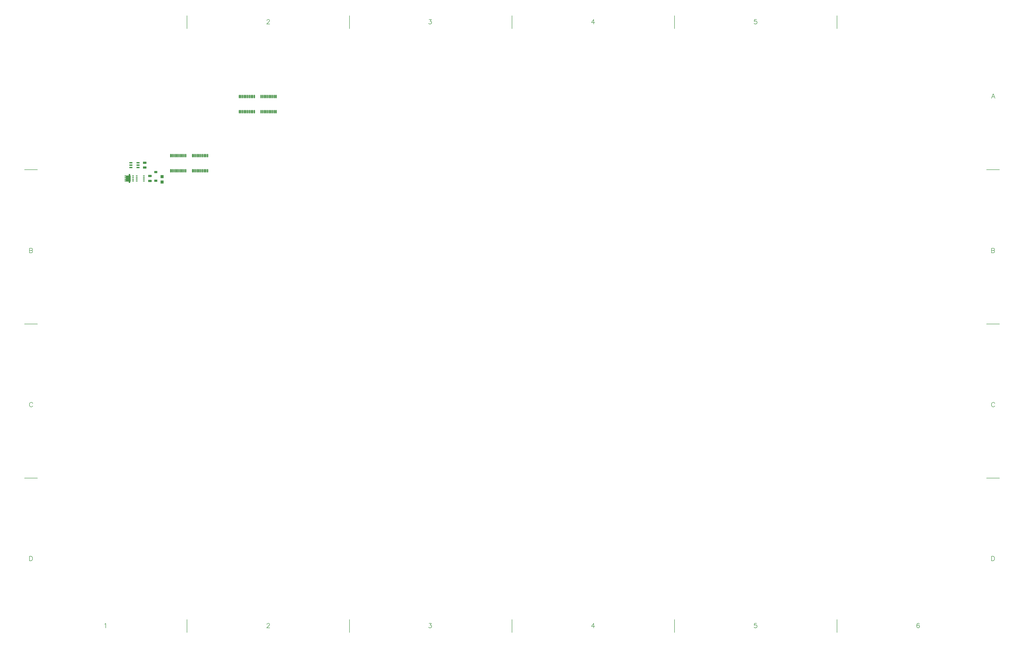
<source format=gtp>
G04*
G04 #@! TF.GenerationSoftware,Altium Limited,Altium Designer,22.10.1 (41)*
G04*
G04 Layer_Color=8421504*
%FSLAX43Y43*%
%MOMM*%
G71*
G04*
G04 #@! TF.SameCoordinates,A9E92A4C-3054-4B5A-B43F-CED4EE29FA58*
G04*
G04*
G04 #@! TF.FilePolarity,Positive*
G04*
G01*
G75*
%ADD15C,0.127*%
%ADD16C,0.178*%
%ADD17R,0.660X0.420*%
%ADD18R,0.650X0.420*%
G04:AMPARAMS|DCode=19|XSize=1.4mm|YSize=0.9mm|CornerRadius=0.225mm|HoleSize=0mm|Usage=FLASHONLY|Rotation=180.000|XOffset=0mm|YOffset=0mm|HoleType=Round|Shape=RoundedRectangle|*
%AMROUNDEDRECTD19*
21,1,1.400,0.450,0,0,180.0*
21,1,0.950,0.900,0,0,180.0*
1,1,0.450,-0.475,0.225*
1,1,0.450,0.475,0.225*
1,1,0.450,0.475,-0.225*
1,1,0.450,-0.475,-0.225*
%
%ADD19ROUNDEDRECTD19*%
%ADD20R,1.150X0.550*%
%ADD21O,0.450X1.450*%
%ADD22R,1.200X0.900*%
%ADD23R,1.200X1.200*%
%ADD24R,0.762X0.305*%
G36*
X19164Y14244D02*
X19344Y14244D01*
X19344Y11874D01*
X19164Y11874D01*
X19164Y11329D01*
X18594Y11329D01*
X18594Y11874D01*
X17514Y11874D01*
X17514Y14244D01*
X18594Y14244D01*
X18595Y14789D01*
X19164Y14789D01*
X19164Y14244D01*
X19164Y14244D02*
G37*
D15*
X41400Y-164500D02*
X41400Y-159420D01*
X-22100Y-104175D02*
X-17020Y-104175D01*
X-22100Y-43850D02*
X-17020Y-43850D01*
X-22100Y16475D02*
X-17020Y16475D01*
X104900Y-164500D02*
X104900Y-159420D01*
X168400Y-164500D02*
X168400Y-159420D01*
X231900Y-164500D02*
X231900Y-159420D01*
X295400Y-164500D02*
X295400Y-159420D01*
X353820Y-104175D02*
X358900Y-104175D01*
X353820Y-43850D02*
X358900Y-43850D01*
X353820Y16475D02*
X358900Y16475D01*
X41400Y71720D02*
X41400Y76800D01*
X104900Y71720D02*
X104900Y76800D01*
X168400Y71720D02*
X168400Y76800D01*
X231900Y71720D02*
X231900Y76800D01*
X295400Y71720D02*
X295400Y76800D01*
D16*
X327582Y-161198D02*
X327497Y-161029D01*
X327243Y-160944D01*
X327074Y-160944D01*
X326820Y-161029D01*
X326650Y-161283D01*
X326566Y-161706D01*
X326566Y-162129D01*
X326650Y-162468D01*
X326820Y-162637D01*
X327074Y-162722D01*
X327158Y-162722D01*
X327412Y-162637D01*
X327582Y-162468D01*
X327666Y-162214D01*
X327666Y-162129D01*
X327582Y-161876D01*
X327412Y-161706D01*
X327158Y-161622D01*
X327074Y-161622D01*
X326820Y-161706D01*
X326650Y-161876D01*
X326566Y-162129D01*
X263955Y-160944D02*
X263108Y-160944D01*
X263023Y-161706D01*
X263108Y-161622D01*
X263362Y-161537D01*
X263616Y-161537D01*
X263870Y-161622D01*
X264039Y-161791D01*
X264124Y-162045D01*
X264124Y-162214D01*
X264039Y-162468D01*
X263870Y-162637D01*
X263616Y-162722D01*
X263362Y-162722D01*
X263108Y-162637D01*
X263023Y-162553D01*
X262939Y-162383D01*
X200311Y-160944D02*
X199464Y-162129D01*
X200734Y-162129D01*
X200311Y-160944D02*
X200311Y-162722D01*
X135964Y-160944D02*
X136896Y-160944D01*
X136388Y-161622D01*
X136642Y-161622D01*
X136811Y-161706D01*
X136896Y-161791D01*
X136980Y-162045D01*
X136980Y-162214D01*
X136896Y-162468D01*
X136726Y-162637D01*
X136472Y-162722D01*
X136218Y-162722D01*
X135964Y-162637D01*
X135880Y-162553D01*
X135795Y-162383D01*
X72650Y-161368D02*
X72650Y-161283D01*
X72735Y-161114D01*
X72820Y-161029D01*
X72989Y-160944D01*
X73328Y-160944D01*
X73497Y-161029D01*
X73582Y-161114D01*
X73666Y-161283D01*
X73666Y-161452D01*
X73582Y-161622D01*
X73412Y-161876D01*
X72566Y-162722D01*
X73751Y-162722D01*
X9176Y-161283D02*
X9345Y-161198D01*
X9599Y-160944D01*
X9599Y-162722D01*
X-20195Y-134732D02*
X-20195Y-136509D01*
X-20195Y-134732D02*
X-19602Y-134732D01*
X-19348Y-134816D01*
X-19179Y-134986D01*
X-19095Y-135155D01*
X-19010Y-135409D01*
X-19010Y-135832D01*
X-19095Y-136086D01*
X-19179Y-136255D01*
X-19348Y-136425D01*
X-19602Y-136509D01*
X-20195Y-136509D01*
X-18925Y-74957D02*
X-19010Y-74788D01*
X-19179Y-74618D01*
X-19348Y-74534D01*
X-19687Y-74534D01*
X-19856Y-74618D01*
X-20026Y-74788D01*
X-20110Y-74957D01*
X-20195Y-75211D01*
X-20195Y-75634D01*
X-20110Y-75888D01*
X-20026Y-76057D01*
X-19856Y-76227D01*
X-19687Y-76311D01*
X-19348Y-76311D01*
X-19179Y-76227D01*
X-19010Y-76057D01*
X-18925Y-75888D01*
X-20195Y-14209D02*
X-20195Y-15986D01*
X-20195Y-14209D02*
X-19433Y-14209D01*
X-19179Y-14293D01*
X-19095Y-14378D01*
X-19010Y-14547D01*
X-19010Y-14716D01*
X-19095Y-14886D01*
X-19179Y-14970D01*
X-19433Y-15055D01*
X-20195Y-15055D02*
X-19433Y-15055D01*
X-19179Y-15140D01*
X-19095Y-15224D01*
X-19010Y-15394D01*
X-19010Y-15648D01*
X-19095Y-15817D01*
X-19179Y-15902D01*
X-19433Y-15986D01*
X-20195Y-15986D01*
X355725Y-134732D02*
X355725Y-136509D01*
X355725Y-134732D02*
X356318Y-134732D01*
X356572Y-134816D01*
X356741Y-134986D01*
X356825Y-135155D01*
X356910Y-135409D01*
X356910Y-135832D01*
X356825Y-136086D01*
X356741Y-136255D01*
X356572Y-136425D01*
X356318Y-136509D01*
X355725Y-136509D01*
X356995Y-74957D02*
X356910Y-74788D01*
X356741Y-74618D01*
X356572Y-74534D01*
X356233Y-74534D01*
X356064Y-74618D01*
X355894Y-74788D01*
X355810Y-74957D01*
X355725Y-75211D01*
X355725Y-75634D01*
X355810Y-75888D01*
X355894Y-76057D01*
X356064Y-76227D01*
X356233Y-76311D01*
X356572Y-76311D01*
X356741Y-76227D01*
X356910Y-76057D01*
X356995Y-75888D01*
X355725Y-14209D02*
X355725Y-15986D01*
X355725Y-14209D02*
X356487Y-14209D01*
X356741Y-14293D01*
X356825Y-14378D01*
X356910Y-14547D01*
X356910Y-14716D01*
X356825Y-14886D01*
X356741Y-14970D01*
X356487Y-15055D01*
X355725Y-15055D02*
X356487Y-15055D01*
X356741Y-15140D01*
X356825Y-15224D01*
X356910Y-15394D01*
X356910Y-15648D01*
X356825Y-15817D01*
X356741Y-15902D01*
X356487Y-15986D01*
X355725Y-15986D01*
X357079Y44466D02*
X356402Y46243D01*
X355725Y44466D01*
X355979Y45058D02*
X356825Y45058D01*
X263955Y75276D02*
X263108Y75276D01*
X263023Y74514D01*
X263108Y74598D01*
X263362Y74683D01*
X263616Y74683D01*
X263870Y74598D01*
X264039Y74429D01*
X264124Y74175D01*
X264124Y74006D01*
X264039Y73752D01*
X263870Y73583D01*
X263616Y73498D01*
X263362Y73498D01*
X263108Y73583D01*
X263023Y73667D01*
X262939Y73837D01*
X200311Y75276D02*
X199464Y74091D01*
X200734Y74091D01*
X200311Y75276D02*
X200311Y73498D01*
X135964Y75276D02*
X136896Y75276D01*
X136388Y74598D01*
X136642Y74598D01*
X136811Y74514D01*
X136896Y74429D01*
X136980Y74175D01*
X136980Y74006D01*
X136896Y73752D01*
X136726Y73583D01*
X136472Y73498D01*
X136218Y73498D01*
X135964Y73583D01*
X135880Y73667D01*
X135795Y73837D01*
X72650Y74852D02*
X72650Y74937D01*
X72735Y75106D01*
X72820Y75191D01*
X72989Y75276D01*
X73328Y75276D01*
X73497Y75191D01*
X73582Y75106D01*
X73666Y74937D01*
X73666Y74768D01*
X73582Y74598D01*
X73412Y74344D01*
X72566Y73498D01*
X73751Y73498D01*
D17*
X20314Y12084D02*
D03*
X20314Y12734D02*
D03*
X20314Y13384D02*
D03*
X20314Y14034D02*
D03*
D18*
X17369Y14034D02*
D03*
X17369Y13384D02*
D03*
X17369Y12734D02*
D03*
X17369Y12084D02*
D03*
D19*
X24841Y19246D02*
D03*
X24841Y17346D02*
D03*
X26924Y12131D02*
D03*
X26924Y14031D02*
D03*
D20*
X19466Y19246D02*
D03*
X19466Y18296D02*
D03*
X19466Y17346D02*
D03*
X22266Y17346D02*
D03*
X22266Y18296D02*
D03*
X22266Y19246D02*
D03*
D21*
X76204Y45114D02*
D03*
X75554Y45114D02*
D03*
X74904Y45114D02*
D03*
X74254Y45114D02*
D03*
X73604Y45114D02*
D03*
X72954Y45114D02*
D03*
X72304Y45114D02*
D03*
X71654Y45114D02*
D03*
X71004Y45114D02*
D03*
X70354Y45114D02*
D03*
X76204Y39214D02*
D03*
X75554Y39214D02*
D03*
X74904Y39214D02*
D03*
X74254Y39214D02*
D03*
X73604Y39214D02*
D03*
X72954Y39214D02*
D03*
X72304Y39214D02*
D03*
X71654Y39214D02*
D03*
X71004Y39214D02*
D03*
X70354Y39214D02*
D03*
X61845Y39214D02*
D03*
X62495Y39214D02*
D03*
X63145Y39214D02*
D03*
X63795Y39214D02*
D03*
X64445Y39214D02*
D03*
X65095Y39214D02*
D03*
X65745Y39214D02*
D03*
X66395Y39214D02*
D03*
X67045Y39214D02*
D03*
X67695Y39214D02*
D03*
X61845Y45114D02*
D03*
X62495Y45114D02*
D03*
X63145Y45114D02*
D03*
X63795Y45114D02*
D03*
X64445Y45114D02*
D03*
X65095Y45114D02*
D03*
X65745Y45114D02*
D03*
X66395Y45114D02*
D03*
X67045Y45114D02*
D03*
X67695Y45114D02*
D03*
X40844Y22000D02*
D03*
X40194Y22000D02*
D03*
X39544Y22000D02*
D03*
X38894Y22000D02*
D03*
X38244Y22000D02*
D03*
X37594Y22000D02*
D03*
X36944Y22000D02*
D03*
X36294Y22000D02*
D03*
X35644Y22000D02*
D03*
X34994Y22000D02*
D03*
X40844Y16100D02*
D03*
X40194Y16100D02*
D03*
X39544Y16100D02*
D03*
X38894Y16100D02*
D03*
X38244Y16100D02*
D03*
X37594Y16100D02*
D03*
X36944Y16100D02*
D03*
X36294Y16100D02*
D03*
X35644Y16100D02*
D03*
X34994Y16100D02*
D03*
X43557Y16100D02*
D03*
X44207Y16100D02*
D03*
X44857Y16100D02*
D03*
X45507Y16100D02*
D03*
X46157Y16100D02*
D03*
X46807Y16100D02*
D03*
X47457Y16100D02*
D03*
X48107Y16100D02*
D03*
X48757Y16100D02*
D03*
X49407Y16100D02*
D03*
X43557Y22000D02*
D03*
X44207Y22000D02*
D03*
X44857Y22000D02*
D03*
X45507Y22000D02*
D03*
X46157Y22000D02*
D03*
X46807Y22000D02*
D03*
X47457Y22000D02*
D03*
X48107Y22000D02*
D03*
X48757Y22000D02*
D03*
X49407Y22000D02*
D03*
D22*
X29210Y12181D02*
D03*
X29210Y15581D02*
D03*
D23*
X31625Y11684D02*
D03*
X31625Y13784D02*
D03*
D24*
X24486Y12106D02*
D03*
X24486Y12756D02*
D03*
X24486Y13406D02*
D03*
X24486Y14056D02*
D03*
X21742Y14056D02*
D03*
X21742Y13406D02*
D03*
X21742Y12756D02*
D03*
X21742Y12106D02*
D03*
M02*

</source>
